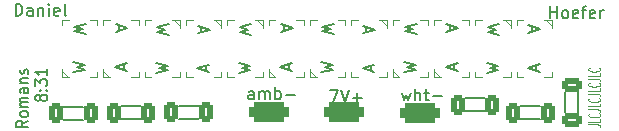
<source format=gto>
%TF.GenerationSoftware,KiCad,Pcbnew,(6.0.0)*%
%TF.CreationDate,2022-05-12T01:22:01-07:00*%
%TF.ProjectId,Raptor Gerber,52617074-6f72-4204-9765-726265722e6b,rev?*%
%TF.SameCoordinates,Original*%
%TF.FileFunction,Legend,Top*%
%TF.FilePolarity,Positive*%
%FSLAX46Y46*%
G04 Gerber Fmt 4.6, Leading zero omitted, Abs format (unit mm)*
G04 Created by KiCad (PCBNEW (6.0.0)) date 2022-05-12 01:22:01*
%MOMM*%
%LPD*%
G01*
G04 APERTURE LIST*
G04 Aperture macros list*
%AMRoundRect*
0 Rectangle with rounded corners*
0 $1 Rounding radius*
0 $2 $3 $4 $5 $6 $7 $8 $9 X,Y pos of 4 corners*
0 Add a 4 corners polygon primitive as box body*
4,1,4,$2,$3,$4,$5,$6,$7,$8,$9,$2,$3,0*
0 Add four circle primitives for the rounded corners*
1,1,$1+$1,$2,$3*
1,1,$1+$1,$4,$5*
1,1,$1+$1,$6,$7*
1,1,$1+$1,$8,$9*
0 Add four rect primitives between the rounded corners*
20,1,$1+$1,$2,$3,$4,$5,0*
20,1,$1+$1,$4,$5,$6,$7,0*
20,1,$1+$1,$6,$7,$8,$9,0*
20,1,$1+$1,$8,$9,$2,$3,0*%
G04 Aperture macros list end*
%ADD10C,0.125000*%
%ADD11C,0.150000*%
%ADD12C,0.120000*%
%ADD13RoundRect,0.425000X-1.275000X-0.425000X1.275000X-0.425000X1.275000X0.425000X-1.275000X0.425000X0*%
%ADD14R,1.700000X1.900000*%
%ADD15R,1.700000X1.100000*%
%ADD16RoundRect,0.250000X0.625000X-0.312500X0.625000X0.312500X-0.625000X0.312500X-0.625000X-0.312500X0*%
%ADD17C,2.700000*%
%ADD18RoundRect,0.250000X0.312500X0.625000X-0.312500X0.625000X-0.312500X-0.625000X0.312500X-0.625000X0*%
%ADD19RoundRect,0.250000X-0.312500X-0.625000X0.312500X-0.625000X0.312500X0.625000X-0.312500X0.625000X0*%
G04 APERTURE END LIST*
D10*
X64202380Y-25259523D02*
X64916666Y-25259523D01*
X65059523Y-25283333D01*
X65154761Y-25330952D01*
X65202380Y-25402380D01*
X65202380Y-25450000D01*
X65202380Y-24783333D02*
X65202380Y-25021428D01*
X64202380Y-25021428D01*
X65107142Y-24330952D02*
X65154761Y-24354761D01*
X65202380Y-24426190D01*
X65202380Y-24473809D01*
X65154761Y-24545238D01*
X65059523Y-24592857D01*
X64964285Y-24616666D01*
X64773809Y-24640476D01*
X64630952Y-24640476D01*
X64440476Y-24616666D01*
X64345238Y-24592857D01*
X64250000Y-24545238D01*
X64202380Y-24473809D01*
X64202380Y-24426190D01*
X64250000Y-24354761D01*
X64297619Y-24330952D01*
X64202380Y-23973809D02*
X64916666Y-23973809D01*
X65059523Y-23997619D01*
X65154761Y-24045238D01*
X65202380Y-24116666D01*
X65202380Y-24164285D01*
X65202380Y-23497619D02*
X65202380Y-23735714D01*
X64202380Y-23735714D01*
X65107142Y-23045238D02*
X65154761Y-23069047D01*
X65202380Y-23140476D01*
X65202380Y-23188095D01*
X65154761Y-23259523D01*
X65059523Y-23307142D01*
X64964285Y-23330952D01*
X64773809Y-23354761D01*
X64630952Y-23354761D01*
X64440476Y-23330952D01*
X64345238Y-23307142D01*
X64250000Y-23259523D01*
X64202380Y-23188095D01*
X64202380Y-23140476D01*
X64250000Y-23069047D01*
X64297619Y-23045238D01*
X64202380Y-22688095D02*
X64916666Y-22688095D01*
X65059523Y-22711904D01*
X65154761Y-22759523D01*
X65202380Y-22830952D01*
X65202380Y-22878571D01*
X65202380Y-22211904D02*
X65202380Y-22450000D01*
X64202380Y-22450000D01*
X65107142Y-21759523D02*
X65154761Y-21783333D01*
X65202380Y-21854761D01*
X65202380Y-21902380D01*
X65154761Y-21973809D01*
X65059523Y-22021428D01*
X64964285Y-22045238D01*
X64773809Y-22069047D01*
X64630952Y-22069047D01*
X64440476Y-22045238D01*
X64345238Y-22021428D01*
X64250000Y-21973809D01*
X64202380Y-21902380D01*
X64202380Y-21854761D01*
X64250000Y-21783333D01*
X64297619Y-21759523D01*
X64202380Y-21402380D02*
X64916666Y-21402380D01*
X65059523Y-21426190D01*
X65154761Y-21473809D01*
X65202380Y-21545238D01*
X65202380Y-21592857D01*
X65202380Y-20926190D02*
X65202380Y-21164285D01*
X64202380Y-21164285D01*
X65107142Y-20473809D02*
X65154761Y-20497619D01*
X65202380Y-20569047D01*
X65202380Y-20616666D01*
X65154761Y-20688095D01*
X65059523Y-20735714D01*
X64964285Y-20759523D01*
X64773809Y-20783333D01*
X64630952Y-20783333D01*
X64440476Y-20759523D01*
X64345238Y-20735714D01*
X64250000Y-20688095D01*
X64202380Y-20616666D01*
X64202380Y-20569047D01*
X64250000Y-20497619D01*
X64297619Y-20473809D01*
D11*
X62250000Y-22550000D02*
X62250000Y-24250000D01*
X63350000Y-22550000D02*
X63350000Y-24250000D01*
X60100000Y-23700000D02*
X58400000Y-23700000D01*
X60100000Y-24800000D02*
X58400000Y-24800000D01*
X55450000Y-23000000D02*
X53750000Y-23000000D01*
X55450000Y-24100000D02*
X53750000Y-24100000D01*
X31200000Y-23700000D02*
X29500000Y-23700000D01*
X31200000Y-24800000D02*
X29500000Y-24800000D01*
X26300000Y-23700000D02*
X24600000Y-23700000D01*
X26300000Y-24800000D02*
X24600000Y-24800000D01*
X21450000Y-23750000D02*
X19750000Y-23750000D01*
X21450000Y-24850000D02*
X19750000Y-24850000D01*
X16759484Y-24959069D02*
X16283294Y-25259069D01*
X16759484Y-25473354D02*
X15759484Y-25473354D01*
X15759484Y-25130497D01*
X15807104Y-25044783D01*
X15854723Y-25001926D01*
X15949961Y-24959069D01*
X16092818Y-24959069D01*
X16188056Y-25001926D01*
X16235675Y-25044783D01*
X16283294Y-25130497D01*
X16283294Y-25473354D01*
X16759484Y-24444783D02*
X16711865Y-24530497D01*
X16664246Y-24573354D01*
X16569008Y-24616212D01*
X16283294Y-24616212D01*
X16188056Y-24573354D01*
X16140437Y-24530497D01*
X16092818Y-24444783D01*
X16092818Y-24316212D01*
X16140437Y-24230497D01*
X16188056Y-24187640D01*
X16283294Y-24144783D01*
X16569008Y-24144783D01*
X16664246Y-24187640D01*
X16711865Y-24230497D01*
X16759484Y-24316212D01*
X16759484Y-24444783D01*
X16759484Y-23759069D02*
X16092818Y-23759069D01*
X16188056Y-23759069D02*
X16140437Y-23716212D01*
X16092818Y-23630497D01*
X16092818Y-23501926D01*
X16140437Y-23416212D01*
X16235675Y-23373354D01*
X16759484Y-23373354D01*
X16235675Y-23373354D02*
X16140437Y-23330497D01*
X16092818Y-23244783D01*
X16092818Y-23116212D01*
X16140437Y-23030497D01*
X16235675Y-22987640D01*
X16759484Y-22987640D01*
X16759484Y-22173354D02*
X16235675Y-22173354D01*
X16140437Y-22216212D01*
X16092818Y-22301926D01*
X16092818Y-22473354D01*
X16140437Y-22559069D01*
X16711865Y-22173354D02*
X16759484Y-22259069D01*
X16759484Y-22473354D01*
X16711865Y-22559069D01*
X16616627Y-22601926D01*
X16521389Y-22601926D01*
X16426151Y-22559069D01*
X16378532Y-22473354D01*
X16378532Y-22259069D01*
X16330913Y-22173354D01*
X16092818Y-21744783D02*
X16759484Y-21744783D01*
X16188056Y-21744783D02*
X16140437Y-21701926D01*
X16092818Y-21616212D01*
X16092818Y-21487640D01*
X16140437Y-21401926D01*
X16235675Y-21359069D01*
X16759484Y-21359069D01*
X16711865Y-20973354D02*
X16759484Y-20887640D01*
X16759484Y-20716212D01*
X16711865Y-20630497D01*
X16616627Y-20587640D01*
X16569008Y-20587640D01*
X16473770Y-20630497D01*
X16426151Y-20716212D01*
X16426151Y-20844783D01*
X16378532Y-20930497D01*
X16283294Y-20973354D01*
X16235675Y-20973354D01*
X16140437Y-20930497D01*
X16092818Y-20844783D01*
X16092818Y-20716212D01*
X16140437Y-20630497D01*
X17798056Y-23073354D02*
X17750437Y-23159069D01*
X17702818Y-23201926D01*
X17607580Y-23244783D01*
X17559961Y-23244783D01*
X17464723Y-23201926D01*
X17417104Y-23159069D01*
X17369484Y-23073354D01*
X17369484Y-22901926D01*
X17417104Y-22816212D01*
X17464723Y-22773354D01*
X17559961Y-22730497D01*
X17607580Y-22730497D01*
X17702818Y-22773354D01*
X17750437Y-22816212D01*
X17798056Y-22901926D01*
X17798056Y-23073354D01*
X17845675Y-23159069D01*
X17893294Y-23201926D01*
X17988532Y-23244783D01*
X18179008Y-23244783D01*
X18274246Y-23201926D01*
X18321865Y-23159069D01*
X18369484Y-23073354D01*
X18369484Y-22901926D01*
X18321865Y-22816212D01*
X18274246Y-22773354D01*
X18179008Y-22730497D01*
X17988532Y-22730497D01*
X17893294Y-22773354D01*
X17845675Y-22816212D01*
X17798056Y-22901926D01*
X18274246Y-22344783D02*
X18321865Y-22301926D01*
X18369484Y-22344783D01*
X18321865Y-22387640D01*
X18274246Y-22344783D01*
X18369484Y-22344783D01*
X17750437Y-22344783D02*
X17798056Y-22301926D01*
X17845675Y-22344783D01*
X17798056Y-22387640D01*
X17750437Y-22344783D01*
X17845675Y-22344783D01*
X17369484Y-22001926D02*
X17369484Y-21444783D01*
X17750437Y-21744783D01*
X17750437Y-21616212D01*
X17798056Y-21530497D01*
X17845675Y-21487640D01*
X17940913Y-21444783D01*
X18179008Y-21444783D01*
X18274246Y-21487640D01*
X18321865Y-21530497D01*
X18369484Y-21616212D01*
X18369484Y-21873354D01*
X18321865Y-21959069D01*
X18274246Y-22001926D01*
X18369484Y-20587640D02*
X18369484Y-21101926D01*
X18369484Y-20844783D02*
X17369484Y-20844783D01*
X17512342Y-20930497D01*
X17607580Y-21016212D01*
X17655199Y-21101926D01*
X15706865Y-16051092D02*
X15706865Y-15051092D01*
X15944961Y-15051092D01*
X16087818Y-15098712D01*
X16183056Y-15193950D01*
X16230675Y-15289188D01*
X16278294Y-15479664D01*
X16278294Y-15622521D01*
X16230675Y-15812997D01*
X16183056Y-15908235D01*
X16087818Y-16003473D01*
X15944961Y-16051092D01*
X15706865Y-16051092D01*
X17135437Y-16051092D02*
X17135437Y-15527283D01*
X17087818Y-15432045D01*
X16992580Y-15384426D01*
X16802104Y-15384426D01*
X16706865Y-15432045D01*
X17135437Y-16003473D02*
X17040199Y-16051092D01*
X16802104Y-16051092D01*
X16706865Y-16003473D01*
X16659246Y-15908235D01*
X16659246Y-15812997D01*
X16706865Y-15717759D01*
X16802104Y-15670140D01*
X17040199Y-15670140D01*
X17135437Y-15622521D01*
X17611627Y-15384426D02*
X17611627Y-16051092D01*
X17611627Y-15479664D02*
X17659246Y-15432045D01*
X17754484Y-15384426D01*
X17897342Y-15384426D01*
X17992580Y-15432045D01*
X18040199Y-15527283D01*
X18040199Y-16051092D01*
X18516389Y-16051092D02*
X18516389Y-15384426D01*
X18516389Y-15051092D02*
X18468770Y-15098712D01*
X18516389Y-15146331D01*
X18564008Y-15098712D01*
X18516389Y-15051092D01*
X18516389Y-15146331D01*
X19373532Y-16003473D02*
X19278294Y-16051092D01*
X19087818Y-16051092D01*
X18992580Y-16003473D01*
X18944961Y-15908235D01*
X18944961Y-15527283D01*
X18992580Y-15432045D01*
X19087818Y-15384426D01*
X19278294Y-15384426D01*
X19373532Y-15432045D01*
X19421151Y-15527283D01*
X19421151Y-15622521D01*
X18944961Y-15717759D01*
X19992580Y-16051092D02*
X19897342Y-16003473D01*
X19849723Y-15908235D01*
X19849723Y-15051092D01*
X60963448Y-16261092D02*
X60963448Y-15261092D01*
X60963448Y-15737283D02*
X61534877Y-15737283D01*
X61534877Y-16261092D02*
X61534877Y-15261092D01*
X62153925Y-16261092D02*
X62058686Y-16213473D01*
X62011067Y-16165854D01*
X61963448Y-16070616D01*
X61963448Y-15784902D01*
X62011067Y-15689664D01*
X62058686Y-15642045D01*
X62153925Y-15594426D01*
X62296782Y-15594426D01*
X62392020Y-15642045D01*
X62439639Y-15689664D01*
X62487258Y-15784902D01*
X62487258Y-16070616D01*
X62439639Y-16165854D01*
X62392020Y-16213473D01*
X62296782Y-16261092D01*
X62153925Y-16261092D01*
X63296782Y-16213473D02*
X63201544Y-16261092D01*
X63011067Y-16261092D01*
X62915829Y-16213473D01*
X62868210Y-16118235D01*
X62868210Y-15737283D01*
X62915829Y-15642045D01*
X63011067Y-15594426D01*
X63201544Y-15594426D01*
X63296782Y-15642045D01*
X63344401Y-15737283D01*
X63344401Y-15832521D01*
X62868210Y-15927759D01*
X63630115Y-15594426D02*
X64011067Y-15594426D01*
X63772972Y-16261092D02*
X63772972Y-15403950D01*
X63820591Y-15308712D01*
X63915829Y-15261092D01*
X64011067Y-15261092D01*
X64725353Y-16213473D02*
X64630115Y-16261092D01*
X64439639Y-16261092D01*
X64344401Y-16213473D01*
X64296782Y-16118235D01*
X64296782Y-15737283D01*
X64344401Y-15642045D01*
X64439639Y-15594426D01*
X64630115Y-15594426D01*
X64725353Y-15642045D01*
X64772972Y-15737283D01*
X64772972Y-15832521D01*
X64296782Y-15927759D01*
X65201544Y-16261092D02*
X65201544Y-15594426D01*
X65201544Y-15784902D02*
X65249163Y-15689664D01*
X65296782Y-15642045D01*
X65392020Y-15594426D01*
X65487258Y-15594426D01*
%TO.C,amb-*%
X35875715Y-23123533D02*
X35875715Y-22599724D01*
X35828096Y-22504486D01*
X35732858Y-22456867D01*
X35542382Y-22456867D01*
X35447144Y-22504486D01*
X35875715Y-23075914D02*
X35780477Y-23123533D01*
X35542382Y-23123533D01*
X35447144Y-23075914D01*
X35399525Y-22980676D01*
X35399525Y-22885438D01*
X35447144Y-22790200D01*
X35542382Y-22742581D01*
X35780477Y-22742581D01*
X35875715Y-22694962D01*
X36351905Y-23123533D02*
X36351905Y-22456867D01*
X36351905Y-22552105D02*
X36399525Y-22504486D01*
X36494763Y-22456867D01*
X36637620Y-22456867D01*
X36732858Y-22504486D01*
X36780477Y-22599724D01*
X36780477Y-23123533D01*
X36780477Y-22599724D02*
X36828096Y-22504486D01*
X36923334Y-22456867D01*
X37066191Y-22456867D01*
X37161429Y-22504486D01*
X37209048Y-22599724D01*
X37209048Y-23123533D01*
X37685239Y-23123533D02*
X37685239Y-22123533D01*
X37685239Y-22504486D02*
X37780477Y-22456867D01*
X37970953Y-22456867D01*
X38066191Y-22504486D01*
X38113810Y-22552105D01*
X38161429Y-22647343D01*
X38161429Y-22933057D01*
X38113810Y-23028295D01*
X38066191Y-23075914D01*
X37970953Y-23123533D01*
X37780477Y-23123533D01*
X37685239Y-23075914D01*
X38590001Y-22742581D02*
X39351905Y-22742581D01*
%TO.C,D190*%
X38841191Y-20659248D02*
X38841191Y-20183057D01*
X39126905Y-20754486D02*
X38126905Y-20421153D01*
X39126905Y-20087819D01*
X38457858Y-16883057D02*
X38457858Y-17359248D01*
X38172144Y-16787819D02*
X39172144Y-17121153D01*
X38172144Y-17454486D01*
%TO.C,wht-*%
X48386429Y-22562667D02*
X48576905Y-23229333D01*
X48767382Y-22753143D01*
X48957858Y-23229333D01*
X49148334Y-22562667D01*
X49529286Y-23229333D02*
X49529286Y-22229333D01*
X49957858Y-23229333D02*
X49957858Y-22705524D01*
X49910239Y-22610286D01*
X49815001Y-22562667D01*
X49672144Y-22562667D01*
X49576905Y-22610286D01*
X49529286Y-22657905D01*
X50291191Y-22562667D02*
X50672144Y-22562667D01*
X50434048Y-22229333D02*
X50434048Y-23086476D01*
X50481667Y-23181714D01*
X50576905Y-23229333D01*
X50672144Y-23229333D01*
X51005477Y-22848381D02*
X51767382Y-22848381D01*
%TO.C,D181*%
X20576905Y-20849724D02*
X21576905Y-20611629D01*
X20862620Y-20421153D01*
X21576905Y-20230676D01*
X20576905Y-19992581D01*
X21672144Y-16742581D02*
X20672144Y-16980676D01*
X21386429Y-17171153D01*
X20672144Y-17361629D01*
X21672144Y-17599724D01*
%TO.C,D182*%
X28672144Y-16792581D02*
X27672144Y-17030676D01*
X28386429Y-17221153D01*
X27672144Y-17411629D01*
X28672144Y-17649724D01*
X27576905Y-20899724D02*
X28576905Y-20661629D01*
X27862620Y-20471153D01*
X28576905Y-20280676D01*
X27576905Y-20042581D01*
%TO.C,7V+*%
X42333572Y-22363133D02*
X43000239Y-22363133D01*
X42571667Y-23363133D01*
X43238334Y-22363133D02*
X43571667Y-23363133D01*
X43905001Y-22363133D01*
X44238334Y-22982181D02*
X45000239Y-22982181D01*
X44619286Y-23363133D02*
X44619286Y-22601229D01*
%TO.C,D183*%
X42672144Y-16742581D02*
X41672144Y-16980676D01*
X42386429Y-17171153D01*
X41672144Y-17361629D01*
X42672144Y-17599724D01*
X41576905Y-20849724D02*
X42576905Y-20611629D01*
X41862620Y-20421153D01*
X42576905Y-20230676D01*
X41576905Y-19992581D01*
%TO.C,D187*%
X31407858Y-16983057D02*
X31407858Y-17459248D01*
X31122144Y-16887819D02*
X32122144Y-17221153D01*
X31122144Y-17554486D01*
X31791191Y-20759248D02*
X31791191Y-20283057D01*
X32076905Y-20854486D02*
X31076905Y-20521153D01*
X32076905Y-20187819D01*
%TO.C,D184*%
X35672144Y-16792581D02*
X34672144Y-17030676D01*
X35386429Y-17221153D01*
X34672144Y-17411629D01*
X35672144Y-17649724D01*
X34576905Y-20899724D02*
X35576905Y-20661629D01*
X34862620Y-20471153D01*
X35576905Y-20280676D01*
X34576905Y-20042581D01*
%TO.C,D191*%
X59407858Y-16972657D02*
X59407858Y-17448848D01*
X59122144Y-16877419D02*
X60122144Y-17210753D01*
X59122144Y-17544086D01*
X59791191Y-20748848D02*
X59791191Y-20272657D01*
X60076905Y-20844086D02*
X59076905Y-20510753D01*
X60076905Y-20177419D01*
%TO.C,D189*%
X45407858Y-16983057D02*
X45407858Y-17459248D01*
X45122144Y-16887819D02*
X46122144Y-17221153D01*
X45122144Y-17554486D01*
X45791191Y-20759248D02*
X45791191Y-20283057D01*
X46076905Y-20854486D02*
X45076905Y-20521153D01*
X46076905Y-20187819D01*
%TO.C,D188*%
X24841191Y-20659248D02*
X24841191Y-20183057D01*
X25126905Y-20754486D02*
X24126905Y-20421153D01*
X25126905Y-20087819D01*
X24457858Y-16883057D02*
X24457858Y-17359248D01*
X24172144Y-16787819D02*
X25172144Y-17121153D01*
X24172144Y-17454486D01*
%TO.C,D192*%
X52457858Y-16883057D02*
X52457858Y-17359248D01*
X52172144Y-16787819D02*
X53172144Y-17121153D01*
X52172144Y-17454486D01*
X52841191Y-20659248D02*
X52841191Y-20183057D01*
X53126905Y-20754486D02*
X52126905Y-20421153D01*
X53126905Y-20087819D01*
%TO.C,D186*%
X56672144Y-16792581D02*
X55672144Y-17030676D01*
X56386429Y-17221153D01*
X55672144Y-17411629D01*
X56672144Y-17649724D01*
X55576905Y-20899724D02*
X56576905Y-20661629D01*
X55862620Y-20471153D01*
X56576905Y-20280676D01*
X55576905Y-20042581D01*
%TO.C,D185*%
X48576905Y-20849724D02*
X49576905Y-20611629D01*
X48862620Y-20421153D01*
X49576905Y-20230676D01*
X48576905Y-19992581D01*
X49672144Y-16742581D02*
X48672144Y-16980676D01*
X49386429Y-17171153D01*
X48672144Y-17361629D01*
X49672144Y-17599724D01*
D12*
%TO.C,D190*%
X37124525Y-21221153D02*
X37124525Y-20571153D01*
X40124525Y-21221153D02*
X40124525Y-20821153D01*
X37124525Y-20721153D02*
X37624525Y-21221153D01*
X40124525Y-16421153D02*
X37124525Y-16421153D01*
X37124525Y-21221153D02*
X40124525Y-21221153D01*
X40124525Y-16421153D02*
X40124525Y-16821153D01*
X37124525Y-16421153D02*
X37124525Y-16821153D01*
%TO.C,D181*%
X19624525Y-20721153D02*
X20124525Y-21221153D01*
X19624525Y-21221153D02*
X22624525Y-21221153D01*
X19624525Y-16421153D02*
X19624525Y-16821153D01*
X22624525Y-21221153D02*
X22624525Y-20821153D01*
X22624525Y-16421153D02*
X19624525Y-16421153D01*
X19624525Y-21221153D02*
X19624525Y-20571153D01*
X22624525Y-16421153D02*
X22624525Y-16821153D01*
%TO.C,D182*%
X29624525Y-16421153D02*
X29624525Y-17071153D01*
X26624525Y-16421153D02*
X26624525Y-16821153D01*
X29624525Y-16421153D02*
X26624525Y-16421153D01*
X29624525Y-16921153D02*
X29124525Y-16421153D01*
X26624525Y-21221153D02*
X29624525Y-21221153D01*
X29624525Y-21221153D02*
X29624525Y-20821153D01*
X26624525Y-21221153D02*
X26624525Y-20821153D01*
%TO.C,D183*%
X43624525Y-21221153D02*
X43624525Y-20821153D01*
X40624525Y-21221153D02*
X43624525Y-21221153D01*
X40624525Y-20721153D02*
X41124525Y-21221153D01*
X40624525Y-16421153D02*
X40624525Y-16821153D01*
X43624525Y-16421153D02*
X43624525Y-16821153D01*
X43624525Y-16421153D02*
X40624525Y-16421153D01*
X40624525Y-21221153D02*
X40624525Y-20571153D01*
%TO.C,D187*%
X33124525Y-21221153D02*
X33124525Y-20821153D01*
X33124525Y-16421153D02*
X33124525Y-17071153D01*
X30124525Y-21221153D02*
X33124525Y-21221153D01*
X30124525Y-16421153D02*
X30124525Y-16821153D01*
X33124525Y-16921153D02*
X32624525Y-16421153D01*
X33124525Y-16421153D02*
X30124525Y-16421153D01*
X30124525Y-21221153D02*
X30124525Y-20821153D01*
%TO.C,D184*%
X36624525Y-21221153D02*
X36624525Y-20821153D01*
X33624525Y-21221153D02*
X33624525Y-20821153D01*
X36624525Y-16921153D02*
X36124525Y-16421153D01*
X33624525Y-21221153D02*
X36624525Y-21221153D01*
X33624525Y-16421153D02*
X33624525Y-16821153D01*
X36624525Y-16421153D02*
X36624525Y-17071153D01*
X36624525Y-16421153D02*
X33624525Y-16421153D01*
%TO.C,D191*%
X61124525Y-16410753D02*
X58124525Y-16410753D01*
X58124525Y-21210753D02*
X61124525Y-21210753D01*
X61124525Y-21210753D02*
X61124525Y-20810753D01*
X61124525Y-16410753D02*
X61124525Y-17060753D01*
X58124525Y-16410753D02*
X58124525Y-16810753D01*
X58124525Y-21210753D02*
X58124525Y-20810753D01*
X61124525Y-16910753D02*
X60624525Y-16410753D01*
%TO.C,D189*%
X47124525Y-21221153D02*
X47124525Y-20821153D01*
X47124525Y-16421153D02*
X47124525Y-17071153D01*
X47124525Y-16921153D02*
X46624525Y-16421153D01*
X44124525Y-21221153D02*
X47124525Y-21221153D01*
X44124525Y-16421153D02*
X44124525Y-16821153D01*
X44124525Y-21221153D02*
X44124525Y-20821153D01*
X47124525Y-16421153D02*
X44124525Y-16421153D01*
%TO.C,D188*%
X23124525Y-21221153D02*
X23124525Y-20571153D01*
X26124525Y-16421153D02*
X26124525Y-16821153D01*
X26124525Y-21221153D02*
X26124525Y-20821153D01*
X26124525Y-16421153D02*
X23124525Y-16421153D01*
X23124525Y-21221153D02*
X26124525Y-21221153D01*
X23124525Y-16421153D02*
X23124525Y-16821153D01*
X23124525Y-20721153D02*
X23624525Y-21221153D01*
%TO.C,D192*%
X54124525Y-16421153D02*
X51124525Y-16421153D01*
X51124525Y-20721153D02*
X51624525Y-21221153D01*
X51124525Y-21221153D02*
X54124525Y-21221153D01*
X51124525Y-21221153D02*
X51124525Y-20571153D01*
X54124525Y-16421153D02*
X54124525Y-16821153D01*
X51124525Y-16421153D02*
X51124525Y-16821153D01*
X54124525Y-21221153D02*
X54124525Y-20821153D01*
%TO.C,D186*%
X54624525Y-16421153D02*
X54624525Y-16821153D01*
X57624525Y-21221153D02*
X57624525Y-20821153D01*
X57624525Y-16421153D02*
X54624525Y-16421153D01*
X54624525Y-21221153D02*
X54624525Y-20821153D01*
X57624525Y-16421153D02*
X57624525Y-17071153D01*
X54624525Y-21221153D02*
X57624525Y-21221153D01*
X57624525Y-16921153D02*
X57124525Y-16421153D01*
%TO.C,D185*%
X50624525Y-16421153D02*
X50624525Y-16821153D01*
X47624525Y-20721153D02*
X48124525Y-21221153D01*
X47624525Y-16421153D02*
X47624525Y-16821153D01*
X47624525Y-21221153D02*
X50624525Y-21221153D01*
X47624525Y-21221153D02*
X47624525Y-20571153D01*
X50624525Y-21221153D02*
X50624525Y-20821153D01*
X50624525Y-16421153D02*
X47624525Y-16421153D01*
%TD*%
%LPC*%
D13*
%TO.C,amb-*%
X37199525Y-24171153D03*
%TD*%
D14*
%TO.C,D190*%
X38624525Y-18821153D03*
D15*
X38624525Y-21671153D03*
X38624525Y-15971153D03*
%TD*%
D16*
%TO.C,R96*%
X62785925Y-24881253D03*
X62785925Y-21956253D03*
%TD*%
D13*
%TO.C,wht-*%
X49924525Y-24276953D03*
%TD*%
D14*
%TO.C,D181*%
X21124525Y-18821153D03*
D15*
X21124525Y-21671153D03*
X21124525Y-15971153D03*
%TD*%
D17*
%TO.C,REF\u002A\u002A*%
X17003925Y-18910753D03*
%TD*%
D18*
%TO.C,R91*%
X22067025Y-24271153D03*
X19142025Y-24271153D03*
%TD*%
D14*
%TO.C,D182*%
X28124525Y-18821153D03*
D15*
X28124525Y-15971153D03*
X28124525Y-21671153D03*
%TD*%
D13*
%TO.C,7V+*%
X43514525Y-24206633D03*
%TD*%
D14*
%TO.C,D183*%
X42124525Y-18821153D03*
D15*
X42124525Y-21671153D03*
X42124525Y-15971153D03*
%TD*%
D14*
%TO.C,D187*%
X31624525Y-18821153D03*
D15*
X31624525Y-15971153D03*
X31624525Y-21671153D03*
%TD*%
D18*
%TO.C,R94*%
X26924525Y-24251153D03*
X23999525Y-24251153D03*
%TD*%
D14*
%TO.C,D184*%
X35124525Y-18821153D03*
D15*
X35124525Y-15971153D03*
X35124525Y-21671153D03*
%TD*%
D18*
%TO.C,R95*%
X56067025Y-23591153D03*
X53142025Y-23591153D03*
%TD*%
D14*
%TO.C,D191*%
X59624525Y-18810753D03*
D15*
X59624525Y-15960753D03*
X59624525Y-21660753D03*
%TD*%
D14*
%TO.C,D189*%
X45624525Y-18821153D03*
D15*
X45624525Y-15971153D03*
X45624525Y-21671153D03*
%TD*%
D17*
%TO.C,REF\u002A\u002A*%
X63803925Y-18910753D03*
%TD*%
D14*
%TO.C,D188*%
X24624525Y-18821153D03*
D15*
X24624525Y-21671153D03*
X24624525Y-15971153D03*
%TD*%
D19*
%TO.C,R92*%
X28882025Y-24231153D03*
X31807025Y-24231153D03*
%TD*%
D14*
%TO.C,D192*%
X52624525Y-18821153D03*
D15*
X52624525Y-21671153D03*
X52624525Y-15971153D03*
%TD*%
D14*
%TO.C,D186*%
X56124525Y-18821153D03*
D15*
X56124525Y-15971153D03*
X56124525Y-21671153D03*
%TD*%
D14*
%TO.C,D185*%
X49124525Y-18821153D03*
D15*
X49124525Y-21671153D03*
X49124525Y-15971153D03*
%TD*%
D18*
%TO.C,R93*%
X60749525Y-24271153D03*
X57824525Y-24271153D03*
%TD*%
M02*

</source>
